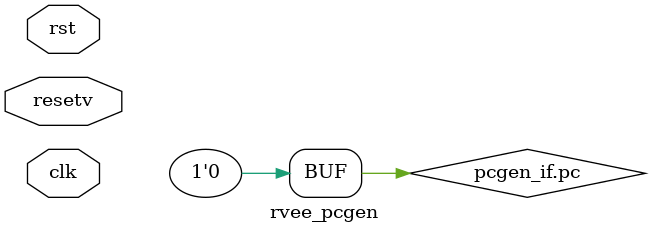
<source format=sv>
/*
 * RVee PC generator.
 *
 * Copyright (C) 2022 Edgar E. Iglesias.
 * Written by Edgar E. Iglesias <edgar.iglesias@gmail.com>
 *
 * SPDX-License-Identifier: MIT
 */

/* verilator lint_off DECLFILENAME */
`include "rvee/rvee-pcgen.svh"

module rvee_pcgen #(parameter XLEN=32) (
	input clk,
	input rst,
	input [XLEN - 1:0] resetv,
	rvee_pcgen_if.pcgen_port pcgen_if);

	logic	[XLEN - 1:0] jmp_base_ff;
	logic	[XLEN - 1:0] jmp_offset_ff;

	logic	[XLEN - 1:0] a;
	logic	[XLEN - 1:0] b;
	logic	[XLEN - 1:0] d;
always_comb begin
	// Jump and branch logic.
	//
	// pcgen_if.bcc is presented to us from EX, one cycle late.
	// pcgen_if.jmp presented to us from EX.
	//
	// For both jmp and bcc, EX presents jmp_base and jmp_offset.
	//
	// To align bcc and jmp, we flop all the jmp* signals into
	// jmp*_ff versions.
	// So we're using jmp_ff | bcc and jmp_base_ff + jmp_offset_ff.
	//
	// jmp and bcc have no back-pressure. They are presented for a
	// single cycle.
	// 
	a = pcgen_if.pc_ff;
	b = pcgen_if.ready_ff ? 4 : 0;
	// bcc is combinatonal and arrives one cycle late.
	pcgen_if.jmp_out = pcgen_if.jmp_ff | pcgen_if.bcc;
	if (pcgen_if.jmp_out) begin
		a = jmp_base_ff;
		b = jmp_offset_ff;
	end

	d = a + b;
	pcgen_if.pc = {d[XLEN - 1:1], 1'b0};
end

always_ff @(posedge clk) begin
	pcgen_if.valid <= 1;
	pcgen_if.jmp_ff <= pcgen_if.jmp;
	jmp_base_ff <= pcgen_if.jmp_base;
	jmp_offset_ff <= pcgen_if.jmp_offset;

	if (pcgen_if.ready_ff | pcgen_if.jmp_out) begin
		pcgen_if.pc_ff <= pcgen_if.pc;
	end

	if (rst) begin
		pcgen_if.valid <= 0;
		pcgen_if.pc_ff <= {resetv[XLEN - 1:1], 1'b0};
		pcgen_if.jmp_ff <= 0;
	end
`ifdef DEBUG_PCGEN
	$display("PG: pc=%x r=%d jmp=%d.%d.%d bcc=%d",
		pcgen_if.pc, pcgen_if.ready,
		pcgen_if.jmp, pcgen_if.jmp_ff, pcgen_if.jmp_out, pcgen_if.bcc);
`endif
end
endmodule

</source>
